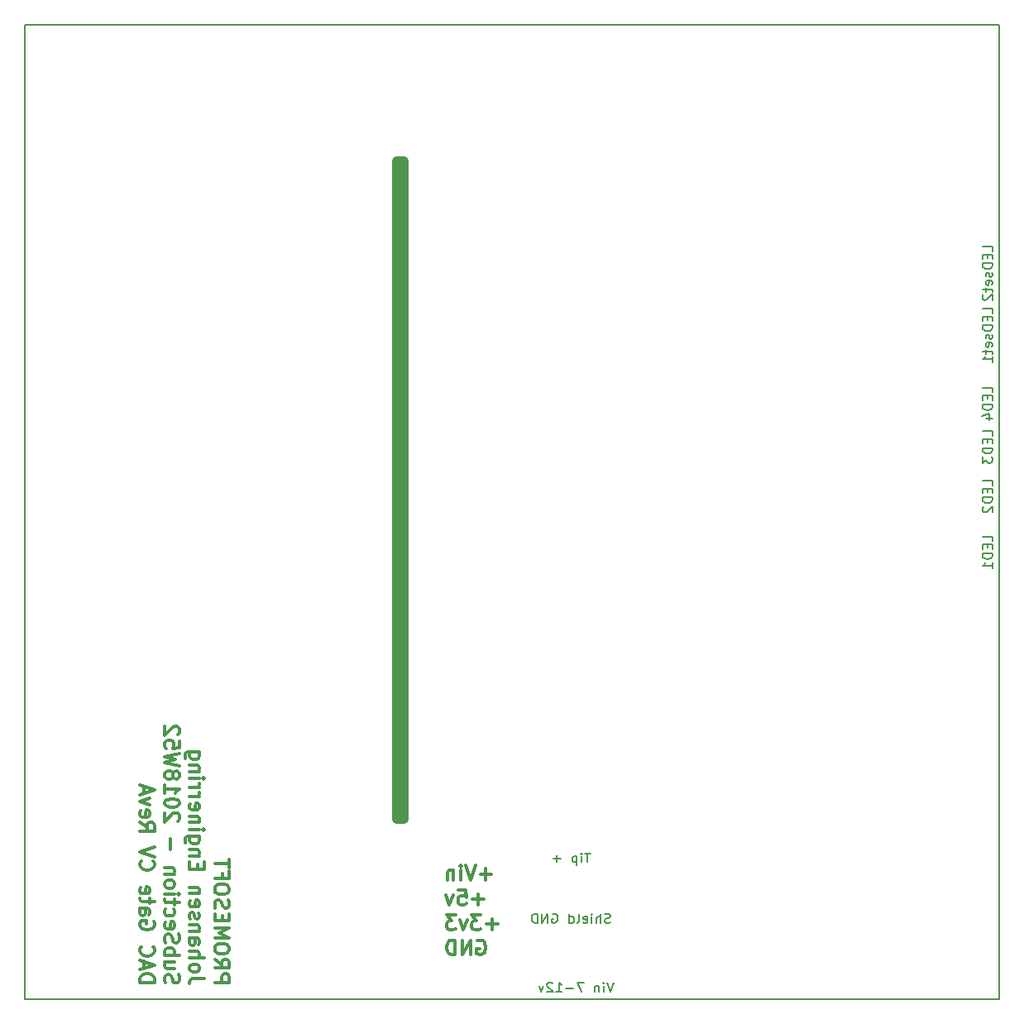
<source format=gbr>
%TF.GenerationSoftware,KiCad,Pcbnew,(5.0.0)*%
%TF.CreationDate,2018-12-31T00:25:57+01:00*%
%TF.ProjectId,Kicad-Midi2CV,4B696361642D4D6964693243562E6B69,rev?*%
%TF.SameCoordinates,Original*%
%TF.FileFunction,Legend,Bot*%
%TF.FilePolarity,Positive*%
%FSLAX46Y46*%
G04 Gerber Fmt 4.6, Leading zero omitted, Abs format (unit mm)*
G04 Created by KiCad (PCBNEW (5.0.0)) date 12/31/18 00:25:57*
%MOMM*%
%LPD*%
G01*
G04 APERTURE LIST*
%ADD10C,0.300000*%
%ADD11C,0.200000*%
%ADD12C,1.000000*%
%ADD13C,0.150000*%
G04 APERTURE END LIST*
D10*
X73124142Y-112360142D02*
X71981285Y-112360142D01*
X72552714Y-112931571D02*
X72552714Y-111788714D01*
X71481285Y-111431571D02*
X70981285Y-112931571D01*
X70481285Y-111431571D01*
X69981285Y-112931571D02*
X69981285Y-111931571D01*
X69981285Y-111431571D02*
X70052714Y-111503000D01*
X69981285Y-111574428D01*
X69909857Y-111503000D01*
X69981285Y-111431571D01*
X69981285Y-111574428D01*
X69267000Y-111931571D02*
X69267000Y-112931571D01*
X69267000Y-112074428D02*
X69195571Y-112003000D01*
X69052714Y-111931571D01*
X68838428Y-111931571D01*
X68695571Y-112003000D01*
X68624142Y-112145857D01*
X68624142Y-112931571D01*
X72338428Y-114910142D02*
X71195571Y-114910142D01*
X71767000Y-115481571D02*
X71767000Y-114338714D01*
X69767000Y-113981571D02*
X70481285Y-113981571D01*
X70552714Y-114695857D01*
X70481285Y-114624428D01*
X70338428Y-114553000D01*
X69981285Y-114553000D01*
X69838428Y-114624428D01*
X69767000Y-114695857D01*
X69695571Y-114838714D01*
X69695571Y-115195857D01*
X69767000Y-115338714D01*
X69838428Y-115410142D01*
X69981285Y-115481571D01*
X70338428Y-115481571D01*
X70481285Y-115410142D01*
X70552714Y-115338714D01*
X69195571Y-114481571D02*
X68838428Y-115481571D01*
X68481285Y-114481571D01*
X73767000Y-117460142D02*
X72624142Y-117460142D01*
X73195571Y-118031571D02*
X73195571Y-116888714D01*
X72052714Y-116531571D02*
X71124142Y-116531571D01*
X71624142Y-117103000D01*
X71409857Y-117103000D01*
X71267000Y-117174428D01*
X71195571Y-117245857D01*
X71124142Y-117388714D01*
X71124142Y-117745857D01*
X71195571Y-117888714D01*
X71267000Y-117960142D01*
X71409857Y-118031571D01*
X71838428Y-118031571D01*
X71981285Y-117960142D01*
X72052714Y-117888714D01*
X70624142Y-117031571D02*
X70267000Y-118031571D01*
X69909857Y-117031571D01*
X69481285Y-116531571D02*
X68552714Y-116531571D01*
X69052714Y-117103000D01*
X68838428Y-117103000D01*
X68695571Y-117174428D01*
X68624142Y-117245857D01*
X68552714Y-117388714D01*
X68552714Y-117745857D01*
X68624142Y-117888714D01*
X68695571Y-117960142D01*
X68838428Y-118031571D01*
X69267000Y-118031571D01*
X69409857Y-117960142D01*
X69481285Y-117888714D01*
X71695571Y-119153000D02*
X71838428Y-119081571D01*
X72052714Y-119081571D01*
X72267000Y-119153000D01*
X72409857Y-119295857D01*
X72481285Y-119438714D01*
X72552714Y-119724428D01*
X72552714Y-119938714D01*
X72481285Y-120224428D01*
X72409857Y-120367285D01*
X72267000Y-120510142D01*
X72052714Y-120581571D01*
X71909857Y-120581571D01*
X71695571Y-120510142D01*
X71624142Y-120438714D01*
X71624142Y-119938714D01*
X71909857Y-119938714D01*
X70981285Y-120581571D02*
X70981285Y-119081571D01*
X70124142Y-120581571D01*
X70124142Y-119081571D01*
X69409857Y-120581571D02*
X69409857Y-119081571D01*
X69052714Y-119081571D01*
X68838428Y-119153000D01*
X68695571Y-119295857D01*
X68624142Y-119438714D01*
X68552714Y-119724428D01*
X68552714Y-119938714D01*
X68624142Y-120224428D01*
X68695571Y-120367285D01*
X68838428Y-120510142D01*
X69052714Y-120581571D01*
X69409857Y-120581571D01*
D11*
X83256190Y-110199142D02*
X82684761Y-110199142D01*
X82970476Y-111099142D02*
X82970476Y-110199142D01*
X82351428Y-111099142D02*
X82351428Y-110499142D01*
X82351428Y-110199142D02*
X82399047Y-110242000D01*
X82351428Y-110284857D01*
X82303809Y-110242000D01*
X82351428Y-110199142D01*
X82351428Y-110284857D01*
X81875238Y-110499142D02*
X81875238Y-111399142D01*
X81875238Y-110542000D02*
X81780000Y-110499142D01*
X81589523Y-110499142D01*
X81494285Y-110542000D01*
X81446666Y-110584857D01*
X81399047Y-110670571D01*
X81399047Y-110927714D01*
X81446666Y-111013428D01*
X81494285Y-111056285D01*
X81589523Y-111099142D01*
X81780000Y-111099142D01*
X81875238Y-111056285D01*
X80208571Y-110756285D02*
X79446666Y-110756285D01*
X79827619Y-111099142D02*
X79827619Y-110413428D01*
X85303809Y-117256285D02*
X85160952Y-117299142D01*
X84922857Y-117299142D01*
X84827619Y-117256285D01*
X84780000Y-117213428D01*
X84732380Y-117127714D01*
X84732380Y-117042000D01*
X84780000Y-116956285D01*
X84827619Y-116913428D01*
X84922857Y-116870571D01*
X85113333Y-116827714D01*
X85208571Y-116784857D01*
X85256190Y-116742000D01*
X85303809Y-116656285D01*
X85303809Y-116570571D01*
X85256190Y-116484857D01*
X85208571Y-116442000D01*
X85113333Y-116399142D01*
X84875238Y-116399142D01*
X84732380Y-116442000D01*
X84303809Y-117299142D02*
X84303809Y-116399142D01*
X83875238Y-117299142D02*
X83875238Y-116827714D01*
X83922857Y-116742000D01*
X84018095Y-116699142D01*
X84160952Y-116699142D01*
X84256190Y-116742000D01*
X84303809Y-116784857D01*
X83399047Y-117299142D02*
X83399047Y-116699142D01*
X83399047Y-116399142D02*
X83446666Y-116442000D01*
X83399047Y-116484857D01*
X83351428Y-116442000D01*
X83399047Y-116399142D01*
X83399047Y-116484857D01*
X82541904Y-117256285D02*
X82637142Y-117299142D01*
X82827619Y-117299142D01*
X82922857Y-117256285D01*
X82970476Y-117170571D01*
X82970476Y-116827714D01*
X82922857Y-116742000D01*
X82827619Y-116699142D01*
X82637142Y-116699142D01*
X82541904Y-116742000D01*
X82494285Y-116827714D01*
X82494285Y-116913428D01*
X82970476Y-116999142D01*
X81922857Y-117299142D02*
X82018095Y-117256285D01*
X82065714Y-117170571D01*
X82065714Y-116399142D01*
X81113333Y-117299142D02*
X81113333Y-116399142D01*
X81113333Y-117256285D02*
X81208571Y-117299142D01*
X81399047Y-117299142D01*
X81494285Y-117256285D01*
X81541904Y-117213428D01*
X81589523Y-117127714D01*
X81589523Y-116870571D01*
X81541904Y-116784857D01*
X81494285Y-116742000D01*
X81399047Y-116699142D01*
X81208571Y-116699142D01*
X81113333Y-116742000D01*
X79351428Y-116442000D02*
X79446666Y-116399142D01*
X79589523Y-116399142D01*
X79732380Y-116442000D01*
X79827619Y-116527714D01*
X79875238Y-116613428D01*
X79922857Y-116784857D01*
X79922857Y-116913428D01*
X79875238Y-117084857D01*
X79827619Y-117170571D01*
X79732380Y-117256285D01*
X79589523Y-117299142D01*
X79494285Y-117299142D01*
X79351428Y-117256285D01*
X79303809Y-117213428D01*
X79303809Y-116913428D01*
X79494285Y-116913428D01*
X78875238Y-117299142D02*
X78875238Y-116399142D01*
X78303809Y-117299142D01*
X78303809Y-116399142D01*
X77827619Y-117299142D02*
X77827619Y-116399142D01*
X77589523Y-116399142D01*
X77446666Y-116442000D01*
X77351428Y-116527714D01*
X77303809Y-116613428D01*
X77256190Y-116784857D01*
X77256190Y-116913428D01*
X77303809Y-117084857D01*
X77351428Y-117170571D01*
X77446666Y-117256285D01*
X77589523Y-117299142D01*
X77827619Y-117299142D01*
D10*
X44802428Y-123399857D02*
X46302428Y-123399857D01*
X46302428Y-122828428D01*
X46231000Y-122685571D01*
X46159571Y-122614142D01*
X46016714Y-122542714D01*
X45802428Y-122542714D01*
X45659571Y-122614142D01*
X45588142Y-122685571D01*
X45516714Y-122828428D01*
X45516714Y-123399857D01*
X44802428Y-121042714D02*
X45516714Y-121542714D01*
X44802428Y-121899857D02*
X46302428Y-121899857D01*
X46302428Y-121328428D01*
X46231000Y-121185571D01*
X46159571Y-121114142D01*
X46016714Y-121042714D01*
X45802428Y-121042714D01*
X45659571Y-121114142D01*
X45588142Y-121185571D01*
X45516714Y-121328428D01*
X45516714Y-121899857D01*
X46302428Y-120114142D02*
X46302428Y-119828428D01*
X46231000Y-119685571D01*
X46088142Y-119542714D01*
X45802428Y-119471285D01*
X45302428Y-119471285D01*
X45016714Y-119542714D01*
X44873857Y-119685571D01*
X44802428Y-119828428D01*
X44802428Y-120114142D01*
X44873857Y-120257000D01*
X45016714Y-120399857D01*
X45302428Y-120471285D01*
X45802428Y-120471285D01*
X46088142Y-120399857D01*
X46231000Y-120257000D01*
X46302428Y-120114142D01*
X44802428Y-118828428D02*
X46302428Y-118828428D01*
X45231000Y-118328428D01*
X46302428Y-117828428D01*
X44802428Y-117828428D01*
X45588142Y-117114142D02*
X45588142Y-116614142D01*
X44802428Y-116399857D02*
X44802428Y-117114142D01*
X46302428Y-117114142D01*
X46302428Y-116399857D01*
X44873857Y-115828428D02*
X44802428Y-115614142D01*
X44802428Y-115257000D01*
X44873857Y-115114142D01*
X44945285Y-115042714D01*
X45088142Y-114971285D01*
X45231000Y-114971285D01*
X45373857Y-115042714D01*
X45445285Y-115114142D01*
X45516714Y-115257000D01*
X45588142Y-115542714D01*
X45659571Y-115685571D01*
X45731000Y-115757000D01*
X45873857Y-115828428D01*
X46016714Y-115828428D01*
X46159571Y-115757000D01*
X46231000Y-115685571D01*
X46302428Y-115542714D01*
X46302428Y-115185571D01*
X46231000Y-114971285D01*
X46302428Y-114042714D02*
X46302428Y-113757000D01*
X46231000Y-113614142D01*
X46088142Y-113471285D01*
X45802428Y-113399857D01*
X45302428Y-113399857D01*
X45016714Y-113471285D01*
X44873857Y-113614142D01*
X44802428Y-113757000D01*
X44802428Y-114042714D01*
X44873857Y-114185571D01*
X45016714Y-114328428D01*
X45302428Y-114399857D01*
X45802428Y-114399857D01*
X46088142Y-114328428D01*
X46231000Y-114185571D01*
X46302428Y-114042714D01*
X45588142Y-112257000D02*
X45588142Y-112757000D01*
X44802428Y-112757000D02*
X46302428Y-112757000D01*
X46302428Y-112042714D01*
X46302428Y-111685571D02*
X46302428Y-110828428D01*
X44802428Y-111257000D02*
X46302428Y-111257000D01*
X43752428Y-122971285D02*
X42681000Y-122971285D01*
X42466714Y-123042714D01*
X42323857Y-123185571D01*
X42252428Y-123399857D01*
X42252428Y-123542714D01*
X42252428Y-122042714D02*
X42323857Y-122185571D01*
X42395285Y-122257000D01*
X42538142Y-122328428D01*
X42966714Y-122328428D01*
X43109571Y-122257000D01*
X43181000Y-122185571D01*
X43252428Y-122042714D01*
X43252428Y-121828428D01*
X43181000Y-121685571D01*
X43109571Y-121614142D01*
X42966714Y-121542714D01*
X42538142Y-121542714D01*
X42395285Y-121614142D01*
X42323857Y-121685571D01*
X42252428Y-121828428D01*
X42252428Y-122042714D01*
X42252428Y-120899857D02*
X43752428Y-120899857D01*
X42252428Y-120257000D02*
X43038142Y-120257000D01*
X43181000Y-120328428D01*
X43252428Y-120471285D01*
X43252428Y-120685571D01*
X43181000Y-120828428D01*
X43109571Y-120899857D01*
X42252428Y-118899857D02*
X43038142Y-118899857D01*
X43181000Y-118971285D01*
X43252428Y-119114142D01*
X43252428Y-119399857D01*
X43181000Y-119542714D01*
X42323857Y-118899857D02*
X42252428Y-119042714D01*
X42252428Y-119399857D01*
X42323857Y-119542714D01*
X42466714Y-119614142D01*
X42609571Y-119614142D01*
X42752428Y-119542714D01*
X42823857Y-119399857D01*
X42823857Y-119042714D01*
X42895285Y-118899857D01*
X43252428Y-118185571D02*
X42252428Y-118185571D01*
X43109571Y-118185571D02*
X43181000Y-118114142D01*
X43252428Y-117971285D01*
X43252428Y-117757000D01*
X43181000Y-117614142D01*
X43038142Y-117542714D01*
X42252428Y-117542714D01*
X42323857Y-116899857D02*
X42252428Y-116757000D01*
X42252428Y-116471285D01*
X42323857Y-116328428D01*
X42466714Y-116257000D01*
X42538142Y-116257000D01*
X42681000Y-116328428D01*
X42752428Y-116471285D01*
X42752428Y-116685571D01*
X42823857Y-116828428D01*
X42966714Y-116899857D01*
X43038142Y-116899857D01*
X43181000Y-116828428D01*
X43252428Y-116685571D01*
X43252428Y-116471285D01*
X43181000Y-116328428D01*
X42323857Y-115042714D02*
X42252428Y-115185571D01*
X42252428Y-115471285D01*
X42323857Y-115614142D01*
X42466714Y-115685571D01*
X43038142Y-115685571D01*
X43181000Y-115614142D01*
X43252428Y-115471285D01*
X43252428Y-115185571D01*
X43181000Y-115042714D01*
X43038142Y-114971285D01*
X42895285Y-114971285D01*
X42752428Y-115685571D01*
X43252428Y-114328428D02*
X42252428Y-114328428D01*
X43109571Y-114328428D02*
X43181000Y-114257000D01*
X43252428Y-114114142D01*
X43252428Y-113899857D01*
X43181000Y-113757000D01*
X43038142Y-113685571D01*
X42252428Y-113685571D01*
X43038142Y-111828428D02*
X43038142Y-111328428D01*
X42252428Y-111114142D02*
X42252428Y-111828428D01*
X43752428Y-111828428D01*
X43752428Y-111114142D01*
X43252428Y-110471285D02*
X42252428Y-110471285D01*
X43109571Y-110471285D02*
X43181000Y-110399857D01*
X43252428Y-110257000D01*
X43252428Y-110042714D01*
X43181000Y-109899857D01*
X43038142Y-109828428D01*
X42252428Y-109828428D01*
X43252428Y-108471285D02*
X42038142Y-108471285D01*
X41895285Y-108542714D01*
X41823857Y-108614142D01*
X41752428Y-108757000D01*
X41752428Y-108971285D01*
X41823857Y-109114142D01*
X42323857Y-108471285D02*
X42252428Y-108614142D01*
X42252428Y-108899857D01*
X42323857Y-109042714D01*
X42395285Y-109114142D01*
X42538142Y-109185571D01*
X42966714Y-109185571D01*
X43109571Y-109114142D01*
X43181000Y-109042714D01*
X43252428Y-108899857D01*
X43252428Y-108614142D01*
X43181000Y-108471285D01*
X42252428Y-107757000D02*
X43252428Y-107757000D01*
X43752428Y-107757000D02*
X43681000Y-107828428D01*
X43609571Y-107757000D01*
X43681000Y-107685571D01*
X43752428Y-107757000D01*
X43609571Y-107757000D01*
X43252428Y-107042714D02*
X42252428Y-107042714D01*
X43109571Y-107042714D02*
X43181000Y-106971285D01*
X43252428Y-106828428D01*
X43252428Y-106614142D01*
X43181000Y-106471285D01*
X43038142Y-106399857D01*
X42252428Y-106399857D01*
X42323857Y-105114142D02*
X42252428Y-105257000D01*
X42252428Y-105542714D01*
X42323857Y-105685571D01*
X42466714Y-105757000D01*
X43038142Y-105757000D01*
X43181000Y-105685571D01*
X43252428Y-105542714D01*
X43252428Y-105257000D01*
X43181000Y-105114142D01*
X43038142Y-105042714D01*
X42895285Y-105042714D01*
X42752428Y-105757000D01*
X42252428Y-104399857D02*
X43252428Y-104399857D01*
X42966714Y-104399857D02*
X43109571Y-104328428D01*
X43181000Y-104257000D01*
X43252428Y-104114142D01*
X43252428Y-103971285D01*
X42252428Y-103471285D02*
X43252428Y-103471285D01*
X42966714Y-103471285D02*
X43109571Y-103399857D01*
X43181000Y-103328428D01*
X43252428Y-103185571D01*
X43252428Y-103042714D01*
X42252428Y-102542714D02*
X43252428Y-102542714D01*
X43752428Y-102542714D02*
X43681000Y-102614142D01*
X43609571Y-102542714D01*
X43681000Y-102471285D01*
X43752428Y-102542714D01*
X43609571Y-102542714D01*
X43252428Y-101828428D02*
X42252428Y-101828428D01*
X43109571Y-101828428D02*
X43181000Y-101757000D01*
X43252428Y-101614142D01*
X43252428Y-101399857D01*
X43181000Y-101257000D01*
X43038142Y-101185571D01*
X42252428Y-101185571D01*
X43252428Y-99828428D02*
X42038142Y-99828428D01*
X41895285Y-99899857D01*
X41823857Y-99971285D01*
X41752428Y-100114142D01*
X41752428Y-100328428D01*
X41823857Y-100471285D01*
X42323857Y-99828428D02*
X42252428Y-99971285D01*
X42252428Y-100257000D01*
X42323857Y-100399857D01*
X42395285Y-100471285D01*
X42538142Y-100542714D01*
X42966714Y-100542714D01*
X43109571Y-100471285D01*
X43181000Y-100399857D01*
X43252428Y-100257000D01*
X43252428Y-99971285D01*
X43181000Y-99828428D01*
X39773857Y-123471285D02*
X39702428Y-123257000D01*
X39702428Y-122899857D01*
X39773857Y-122757000D01*
X39845285Y-122685571D01*
X39988142Y-122614142D01*
X40131000Y-122614142D01*
X40273857Y-122685571D01*
X40345285Y-122757000D01*
X40416714Y-122899857D01*
X40488142Y-123185571D01*
X40559571Y-123328428D01*
X40631000Y-123399857D01*
X40773857Y-123471285D01*
X40916714Y-123471285D01*
X41059571Y-123399857D01*
X41131000Y-123328428D01*
X41202428Y-123185571D01*
X41202428Y-122828428D01*
X41131000Y-122614142D01*
X40702428Y-121328428D02*
X39702428Y-121328428D01*
X40702428Y-121971285D02*
X39916714Y-121971285D01*
X39773857Y-121899857D01*
X39702428Y-121757000D01*
X39702428Y-121542714D01*
X39773857Y-121399857D01*
X39845285Y-121328428D01*
X39702428Y-120614142D02*
X41202428Y-120614142D01*
X40631000Y-120614142D02*
X40702428Y-120471285D01*
X40702428Y-120185571D01*
X40631000Y-120042714D01*
X40559571Y-119971285D01*
X40416714Y-119899857D01*
X39988142Y-119899857D01*
X39845285Y-119971285D01*
X39773857Y-120042714D01*
X39702428Y-120185571D01*
X39702428Y-120471285D01*
X39773857Y-120614142D01*
X39773857Y-119328428D02*
X39702428Y-119114142D01*
X39702428Y-118757000D01*
X39773857Y-118614142D01*
X39845285Y-118542714D01*
X39988142Y-118471285D01*
X40131000Y-118471285D01*
X40273857Y-118542714D01*
X40345285Y-118614142D01*
X40416714Y-118757000D01*
X40488142Y-119042714D01*
X40559571Y-119185571D01*
X40631000Y-119257000D01*
X40773857Y-119328428D01*
X40916714Y-119328428D01*
X41059571Y-119257000D01*
X41131000Y-119185571D01*
X41202428Y-119042714D01*
X41202428Y-118685571D01*
X41131000Y-118471285D01*
X39773857Y-117257000D02*
X39702428Y-117399857D01*
X39702428Y-117685571D01*
X39773857Y-117828428D01*
X39916714Y-117899857D01*
X40488142Y-117899857D01*
X40631000Y-117828428D01*
X40702428Y-117685571D01*
X40702428Y-117399857D01*
X40631000Y-117257000D01*
X40488142Y-117185571D01*
X40345285Y-117185571D01*
X40202428Y-117899857D01*
X39773857Y-115899857D02*
X39702428Y-116042714D01*
X39702428Y-116328428D01*
X39773857Y-116471285D01*
X39845285Y-116542714D01*
X39988142Y-116614142D01*
X40416714Y-116614142D01*
X40559571Y-116542714D01*
X40631000Y-116471285D01*
X40702428Y-116328428D01*
X40702428Y-116042714D01*
X40631000Y-115899857D01*
X40702428Y-115471285D02*
X40702428Y-114899857D01*
X41202428Y-115257000D02*
X39916714Y-115257000D01*
X39773857Y-115185571D01*
X39702428Y-115042714D01*
X39702428Y-114899857D01*
X39702428Y-114399857D02*
X40702428Y-114399857D01*
X41202428Y-114399857D02*
X41131000Y-114471285D01*
X41059571Y-114399857D01*
X41131000Y-114328428D01*
X41202428Y-114399857D01*
X41059571Y-114399857D01*
X39702428Y-113471285D02*
X39773857Y-113614142D01*
X39845285Y-113685571D01*
X39988142Y-113757000D01*
X40416714Y-113757000D01*
X40559571Y-113685571D01*
X40631000Y-113614142D01*
X40702428Y-113471285D01*
X40702428Y-113257000D01*
X40631000Y-113114142D01*
X40559571Y-113042714D01*
X40416714Y-112971285D01*
X39988142Y-112971285D01*
X39845285Y-113042714D01*
X39773857Y-113114142D01*
X39702428Y-113257000D01*
X39702428Y-113471285D01*
X40702428Y-112328428D02*
X39702428Y-112328428D01*
X40559571Y-112328428D02*
X40631000Y-112257000D01*
X40702428Y-112114142D01*
X40702428Y-111899857D01*
X40631000Y-111757000D01*
X40488142Y-111685571D01*
X39702428Y-111685571D01*
X40273857Y-109828428D02*
X40273857Y-108685571D01*
X41059571Y-106899857D02*
X41131000Y-106828428D01*
X41202428Y-106685571D01*
X41202428Y-106328428D01*
X41131000Y-106185571D01*
X41059571Y-106114142D01*
X40916714Y-106042714D01*
X40773857Y-106042714D01*
X40559571Y-106114142D01*
X39702428Y-106971285D01*
X39702428Y-106042714D01*
X41202428Y-105114142D02*
X41202428Y-104971285D01*
X41131000Y-104828428D01*
X41059571Y-104757000D01*
X40916714Y-104685571D01*
X40631000Y-104614142D01*
X40273857Y-104614142D01*
X39988142Y-104685571D01*
X39845285Y-104757000D01*
X39773857Y-104828428D01*
X39702428Y-104971285D01*
X39702428Y-105114142D01*
X39773857Y-105257000D01*
X39845285Y-105328428D01*
X39988142Y-105399857D01*
X40273857Y-105471285D01*
X40631000Y-105471285D01*
X40916714Y-105399857D01*
X41059571Y-105328428D01*
X41131000Y-105257000D01*
X41202428Y-105114142D01*
X39702428Y-103185571D02*
X39702428Y-104042714D01*
X39702428Y-103614142D02*
X41202428Y-103614142D01*
X40988142Y-103757000D01*
X40845285Y-103899857D01*
X40773857Y-104042714D01*
X40559571Y-102328428D02*
X40631000Y-102471285D01*
X40702428Y-102542714D01*
X40845285Y-102614142D01*
X40916714Y-102614142D01*
X41059571Y-102542714D01*
X41131000Y-102471285D01*
X41202428Y-102328428D01*
X41202428Y-102042714D01*
X41131000Y-101899857D01*
X41059571Y-101828428D01*
X40916714Y-101757000D01*
X40845285Y-101757000D01*
X40702428Y-101828428D01*
X40631000Y-101899857D01*
X40559571Y-102042714D01*
X40559571Y-102328428D01*
X40488142Y-102471285D01*
X40416714Y-102542714D01*
X40273857Y-102614142D01*
X39988142Y-102614142D01*
X39845285Y-102542714D01*
X39773857Y-102471285D01*
X39702428Y-102328428D01*
X39702428Y-102042714D01*
X39773857Y-101899857D01*
X39845285Y-101828428D01*
X39988142Y-101757000D01*
X40273857Y-101757000D01*
X40416714Y-101828428D01*
X40488142Y-101899857D01*
X40559571Y-102042714D01*
X41202428Y-101257000D02*
X39702428Y-100899857D01*
X40773857Y-100614142D01*
X39702428Y-100328428D01*
X41202428Y-99971285D01*
X41202428Y-98685571D02*
X41202428Y-99399857D01*
X40488142Y-99471285D01*
X40559571Y-99399857D01*
X40631000Y-99257000D01*
X40631000Y-98899857D01*
X40559571Y-98757000D01*
X40488142Y-98685571D01*
X40345285Y-98614142D01*
X39988142Y-98614142D01*
X39845285Y-98685571D01*
X39773857Y-98757000D01*
X39702428Y-98899857D01*
X39702428Y-99257000D01*
X39773857Y-99399857D01*
X39845285Y-99471285D01*
X41059571Y-98042714D02*
X41131000Y-97971285D01*
X41202428Y-97828428D01*
X41202428Y-97471285D01*
X41131000Y-97328428D01*
X41059571Y-97257000D01*
X40916714Y-97185571D01*
X40773857Y-97185571D01*
X40559571Y-97257000D01*
X39702428Y-98114142D01*
X39702428Y-97185571D01*
X37152428Y-123399857D02*
X38652428Y-123399857D01*
X38652428Y-123042714D01*
X38581000Y-122828428D01*
X38438142Y-122685571D01*
X38295285Y-122614142D01*
X38009571Y-122542714D01*
X37795285Y-122542714D01*
X37509571Y-122614142D01*
X37366714Y-122685571D01*
X37223857Y-122828428D01*
X37152428Y-123042714D01*
X37152428Y-123399857D01*
X37581000Y-121971285D02*
X37581000Y-121257000D01*
X37152428Y-122114142D02*
X38652428Y-121614142D01*
X37152428Y-121114142D01*
X37295285Y-119757000D02*
X37223857Y-119828428D01*
X37152428Y-120042714D01*
X37152428Y-120185571D01*
X37223857Y-120399857D01*
X37366714Y-120542714D01*
X37509571Y-120614142D01*
X37795285Y-120685571D01*
X38009571Y-120685571D01*
X38295285Y-120614142D01*
X38438142Y-120542714D01*
X38581000Y-120399857D01*
X38652428Y-120185571D01*
X38652428Y-120042714D01*
X38581000Y-119828428D01*
X38509571Y-119757000D01*
X38581000Y-117185571D02*
X38652428Y-117328428D01*
X38652428Y-117542714D01*
X38581000Y-117757000D01*
X38438142Y-117899857D01*
X38295285Y-117971285D01*
X38009571Y-118042714D01*
X37795285Y-118042714D01*
X37509571Y-117971285D01*
X37366714Y-117899857D01*
X37223857Y-117757000D01*
X37152428Y-117542714D01*
X37152428Y-117399857D01*
X37223857Y-117185571D01*
X37295285Y-117114142D01*
X37795285Y-117114142D01*
X37795285Y-117399857D01*
X37152428Y-115828428D02*
X37938142Y-115828428D01*
X38081000Y-115899857D01*
X38152428Y-116042714D01*
X38152428Y-116328428D01*
X38081000Y-116471285D01*
X37223857Y-115828428D02*
X37152428Y-115971285D01*
X37152428Y-116328428D01*
X37223857Y-116471285D01*
X37366714Y-116542714D01*
X37509571Y-116542714D01*
X37652428Y-116471285D01*
X37723857Y-116328428D01*
X37723857Y-115971285D01*
X37795285Y-115828428D01*
X38152428Y-115328428D02*
X38152428Y-114757000D01*
X38652428Y-115114142D02*
X37366714Y-115114142D01*
X37223857Y-115042714D01*
X37152428Y-114899857D01*
X37152428Y-114757000D01*
X37223857Y-113685571D02*
X37152428Y-113828428D01*
X37152428Y-114114142D01*
X37223857Y-114257000D01*
X37366714Y-114328428D01*
X37938142Y-114328428D01*
X38081000Y-114257000D01*
X38152428Y-114114142D01*
X38152428Y-113828428D01*
X38081000Y-113685571D01*
X37938142Y-113614142D01*
X37795285Y-113614142D01*
X37652428Y-114328428D01*
X37295285Y-110971285D02*
X37223857Y-111042714D01*
X37152428Y-111257000D01*
X37152428Y-111399857D01*
X37223857Y-111614142D01*
X37366714Y-111757000D01*
X37509571Y-111828428D01*
X37795285Y-111899857D01*
X38009571Y-111899857D01*
X38295285Y-111828428D01*
X38438142Y-111757000D01*
X38581000Y-111614142D01*
X38652428Y-111399857D01*
X38652428Y-111257000D01*
X38581000Y-111042714D01*
X38509571Y-110971285D01*
X38652428Y-110542714D02*
X37152428Y-110042714D01*
X38652428Y-109542714D01*
X37152428Y-107042714D02*
X37866714Y-107542714D01*
X37152428Y-107899857D02*
X38652428Y-107899857D01*
X38652428Y-107328428D01*
X38581000Y-107185571D01*
X38509571Y-107114142D01*
X38366714Y-107042714D01*
X38152428Y-107042714D01*
X38009571Y-107114142D01*
X37938142Y-107185571D01*
X37866714Y-107328428D01*
X37866714Y-107899857D01*
X37223857Y-105828428D02*
X37152428Y-105971285D01*
X37152428Y-106257000D01*
X37223857Y-106399857D01*
X37366714Y-106471285D01*
X37938142Y-106471285D01*
X38081000Y-106399857D01*
X38152428Y-106257000D01*
X38152428Y-105971285D01*
X38081000Y-105828428D01*
X37938142Y-105757000D01*
X37795285Y-105757000D01*
X37652428Y-106471285D01*
X38152428Y-105257000D02*
X37152428Y-104899857D01*
X38152428Y-104542714D01*
X37581000Y-104042714D02*
X37581000Y-103328428D01*
X37152428Y-104185571D02*
X38652428Y-103685571D01*
X37152428Y-103185571D01*
D12*
X63500000Y-106680000D02*
X63500000Y-39370000D01*
X64135000Y-106680000D02*
X63500000Y-106680000D01*
X64135000Y-39370000D02*
X64135000Y-106680000D01*
X63500000Y-39370000D02*
X64135000Y-39370000D01*
D13*
X25400000Y-125095000D02*
X25400000Y-25400000D01*
X125095000Y-125095000D02*
X25400000Y-125095000D01*
X125095000Y-25400000D02*
X125095000Y-125095000D01*
X25400000Y-25400000D02*
X125095000Y-25400000D01*
X124404380Y-78255952D02*
X124404380Y-77779761D01*
X123404380Y-77779761D01*
X123880571Y-78589285D02*
X123880571Y-78922619D01*
X124404380Y-79065476D02*
X124404380Y-78589285D01*
X123404380Y-78589285D01*
X123404380Y-79065476D01*
X124404380Y-79494047D02*
X123404380Y-79494047D01*
X123404380Y-79732142D01*
X123452000Y-79875000D01*
X123547238Y-79970238D01*
X123642476Y-80017857D01*
X123832952Y-80065476D01*
X123975809Y-80065476D01*
X124166285Y-80017857D01*
X124261523Y-79970238D01*
X124356761Y-79875000D01*
X124404380Y-79732142D01*
X124404380Y-79494047D01*
X124404380Y-81017857D02*
X124404380Y-80446428D01*
X124404380Y-80732142D02*
X123404380Y-80732142D01*
X123547238Y-80636904D01*
X123642476Y-80541666D01*
X123690095Y-80446428D01*
X124404380Y-72535237D02*
X124404380Y-72059046D01*
X123404380Y-72059046D01*
X123880571Y-72868570D02*
X123880571Y-73201904D01*
X124404380Y-73344761D02*
X124404380Y-72868570D01*
X123404380Y-72868570D01*
X123404380Y-73344761D01*
X124404380Y-73773332D02*
X123404380Y-73773332D01*
X123404380Y-74011427D01*
X123452000Y-74154285D01*
X123547238Y-74249523D01*
X123642476Y-74297142D01*
X123832952Y-74344761D01*
X123975809Y-74344761D01*
X124166285Y-74297142D01*
X124261523Y-74249523D01*
X124356761Y-74154285D01*
X124404380Y-74011427D01*
X124404380Y-73773332D01*
X123499619Y-74725713D02*
X123452000Y-74773332D01*
X123404380Y-74868570D01*
X123404380Y-75106665D01*
X123452000Y-75201904D01*
X123499619Y-75249523D01*
X123594857Y-75297142D01*
X123690095Y-75297142D01*
X123832952Y-75249523D01*
X124404380Y-74678094D01*
X124404380Y-75297142D01*
X124404380Y-67460952D02*
X124404380Y-66984761D01*
X123404380Y-66984761D01*
X123880571Y-67794285D02*
X123880571Y-68127619D01*
X124404380Y-68270476D02*
X124404380Y-67794285D01*
X123404380Y-67794285D01*
X123404380Y-68270476D01*
X124404380Y-68699047D02*
X123404380Y-68699047D01*
X123404380Y-68937142D01*
X123452000Y-69080000D01*
X123547238Y-69175238D01*
X123642476Y-69222857D01*
X123832952Y-69270476D01*
X123975809Y-69270476D01*
X124166285Y-69222857D01*
X124261523Y-69175238D01*
X124356761Y-69080000D01*
X124404380Y-68937142D01*
X124404380Y-68699047D01*
X123404380Y-69603809D02*
X123404380Y-70222857D01*
X123785333Y-69889523D01*
X123785333Y-70032380D01*
X123832952Y-70127619D01*
X123880571Y-70175238D01*
X123975809Y-70222857D01*
X124213904Y-70222857D01*
X124309142Y-70175238D01*
X124356761Y-70127619D01*
X124404380Y-70032380D01*
X124404380Y-69746666D01*
X124356761Y-69651428D01*
X124309142Y-69603809D01*
X124404380Y-63015952D02*
X124404380Y-62539761D01*
X123404380Y-62539761D01*
X123880571Y-63349285D02*
X123880571Y-63682619D01*
X124404380Y-63825476D02*
X124404380Y-63349285D01*
X123404380Y-63349285D01*
X123404380Y-63825476D01*
X124404380Y-64254047D02*
X123404380Y-64254047D01*
X123404380Y-64492142D01*
X123452000Y-64635000D01*
X123547238Y-64730238D01*
X123642476Y-64777857D01*
X123832952Y-64825476D01*
X123975809Y-64825476D01*
X124166285Y-64777857D01*
X124261523Y-64730238D01*
X124356761Y-64635000D01*
X124404380Y-64492142D01*
X124404380Y-64254047D01*
X123737714Y-65682619D02*
X124404380Y-65682619D01*
X123356761Y-65444523D02*
X124071047Y-65206428D01*
X124071047Y-65825476D01*
X124404380Y-54911904D02*
X124404380Y-54435714D01*
X123404380Y-54435714D01*
X123880571Y-55245238D02*
X123880571Y-55578571D01*
X124404380Y-55721428D02*
X124404380Y-55245238D01*
X123404380Y-55245238D01*
X123404380Y-55721428D01*
X124404380Y-56150000D02*
X123404380Y-56150000D01*
X123404380Y-56388095D01*
X123452000Y-56530952D01*
X123547238Y-56626190D01*
X123642476Y-56673809D01*
X123832952Y-56721428D01*
X123975809Y-56721428D01*
X124166285Y-56673809D01*
X124261523Y-56626190D01*
X124356761Y-56530952D01*
X124404380Y-56388095D01*
X124404380Y-56150000D01*
X124356761Y-57102380D02*
X124404380Y-57197619D01*
X124404380Y-57388095D01*
X124356761Y-57483333D01*
X124261523Y-57530952D01*
X124213904Y-57530952D01*
X124118666Y-57483333D01*
X124071047Y-57388095D01*
X124071047Y-57245238D01*
X124023428Y-57150000D01*
X123928190Y-57102380D01*
X123880571Y-57102380D01*
X123785333Y-57150000D01*
X123737714Y-57245238D01*
X123737714Y-57388095D01*
X123785333Y-57483333D01*
X124356761Y-58340476D02*
X124404380Y-58245238D01*
X124404380Y-58054761D01*
X124356761Y-57959523D01*
X124261523Y-57911904D01*
X123880571Y-57911904D01*
X123785333Y-57959523D01*
X123737714Y-58054761D01*
X123737714Y-58245238D01*
X123785333Y-58340476D01*
X123880571Y-58388095D01*
X123975809Y-58388095D01*
X124071047Y-57911904D01*
X123737714Y-58673809D02*
X123737714Y-59054761D01*
X123404380Y-58816666D02*
X124261523Y-58816666D01*
X124356761Y-58864285D01*
X124404380Y-58959523D01*
X124404380Y-59054761D01*
X124404380Y-59911904D02*
X124404380Y-59340476D01*
X124404380Y-59626190D02*
X123404380Y-59626190D01*
X123547238Y-59530952D01*
X123642476Y-59435714D01*
X123690095Y-59340476D01*
X124404380Y-48561904D02*
X124404380Y-48085714D01*
X123404380Y-48085714D01*
X123880571Y-48895238D02*
X123880571Y-49228571D01*
X124404380Y-49371428D02*
X124404380Y-48895238D01*
X123404380Y-48895238D01*
X123404380Y-49371428D01*
X124404380Y-49800000D02*
X123404380Y-49800000D01*
X123404380Y-50038095D01*
X123452000Y-50180952D01*
X123547238Y-50276190D01*
X123642476Y-50323809D01*
X123832952Y-50371428D01*
X123975809Y-50371428D01*
X124166285Y-50323809D01*
X124261523Y-50276190D01*
X124356761Y-50180952D01*
X124404380Y-50038095D01*
X124404380Y-49800000D01*
X124356761Y-50752380D02*
X124404380Y-50847619D01*
X124404380Y-51038095D01*
X124356761Y-51133333D01*
X124261523Y-51180952D01*
X124213904Y-51180952D01*
X124118666Y-51133333D01*
X124071047Y-51038095D01*
X124071047Y-50895238D01*
X124023428Y-50800000D01*
X123928190Y-50752380D01*
X123880571Y-50752380D01*
X123785333Y-50800000D01*
X123737714Y-50895238D01*
X123737714Y-51038095D01*
X123785333Y-51133333D01*
X124356761Y-51990476D02*
X124404380Y-51895238D01*
X124404380Y-51704761D01*
X124356761Y-51609523D01*
X124261523Y-51561904D01*
X123880571Y-51561904D01*
X123785333Y-51609523D01*
X123737714Y-51704761D01*
X123737714Y-51895238D01*
X123785333Y-51990476D01*
X123880571Y-52038095D01*
X123975809Y-52038095D01*
X124071047Y-51561904D01*
X123737714Y-52323809D02*
X123737714Y-52704761D01*
X123404380Y-52466666D02*
X124261523Y-52466666D01*
X124356761Y-52514285D01*
X124404380Y-52609523D01*
X124404380Y-52704761D01*
X123499619Y-52990476D02*
X123452000Y-53038095D01*
X123404380Y-53133333D01*
X123404380Y-53371428D01*
X123452000Y-53466666D01*
X123499619Y-53514285D01*
X123594857Y-53561904D01*
X123690095Y-53561904D01*
X123832952Y-53514285D01*
X124404380Y-52942857D01*
X124404380Y-53561904D01*
X85621333Y-123404380D02*
X85288000Y-124404380D01*
X84954666Y-123404380D01*
X84621333Y-124404380D02*
X84621333Y-123737714D01*
X84621333Y-123404380D02*
X84668952Y-123452000D01*
X84621333Y-123499619D01*
X84573714Y-123452000D01*
X84621333Y-123404380D01*
X84621333Y-123499619D01*
X84145142Y-123737714D02*
X84145142Y-124404380D01*
X84145142Y-123832952D02*
X84097523Y-123785333D01*
X84002285Y-123737714D01*
X83859428Y-123737714D01*
X83764190Y-123785333D01*
X83716571Y-123880571D01*
X83716571Y-124404380D01*
X82573714Y-123404380D02*
X81907047Y-123404380D01*
X82335619Y-124404380D01*
X81526095Y-124023428D02*
X80764190Y-124023428D01*
X79764190Y-124404380D02*
X80335619Y-124404380D01*
X80049904Y-124404380D02*
X80049904Y-123404380D01*
X80145142Y-123547238D01*
X80240380Y-123642476D01*
X80335619Y-123690095D01*
X79383238Y-123499619D02*
X79335619Y-123452000D01*
X79240380Y-123404380D01*
X79002285Y-123404380D01*
X78907047Y-123452000D01*
X78859428Y-123499619D01*
X78811809Y-123594857D01*
X78811809Y-123690095D01*
X78859428Y-123832952D01*
X79430857Y-124404380D01*
X78811809Y-124404380D01*
X78478476Y-123737714D02*
X78240380Y-124404380D01*
X78002285Y-123737714D01*
M02*

</source>
